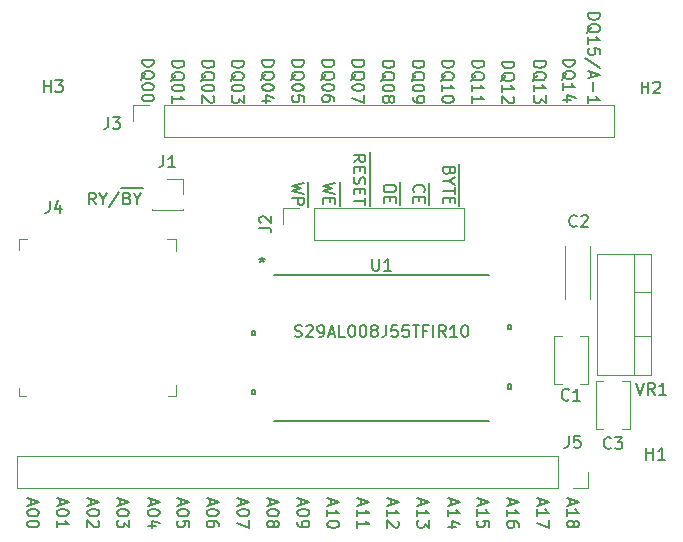
<source format=gbr>
G04 #@! TF.GenerationSoftware,KiCad,Pcbnew,(5.1.5)-3*
G04 #@! TF.CreationDate,2020-02-07T13:22:38-05:00*
G04 #@! TF.ProjectId,Flash Memory BoB,466c6173-6820-44d6-956d-6f727920426f,rev?*
G04 #@! TF.SameCoordinates,Original*
G04 #@! TF.FileFunction,Legend,Top*
G04 #@! TF.FilePolarity,Positive*
%FSLAX46Y46*%
G04 Gerber Fmt 4.6, Leading zero omitted, Abs format (unit mm)*
G04 Created by KiCad (PCBNEW (5.1.5)-3) date 2020-02-07 13:22:38*
%MOMM*%
%LPD*%
G04 APERTURE LIST*
%ADD10C,0.150000*%
%ADD11C,0.120000*%
%ADD12C,0.100000*%
%ADD13C,0.152400*%
G04 APERTURE END LIST*
D10*
X90547619Y-39611904D02*
X91547619Y-39611904D01*
X91547619Y-39850000D01*
X91500000Y-39992857D01*
X91404761Y-40088095D01*
X91309523Y-40135714D01*
X91119047Y-40183333D01*
X90976190Y-40183333D01*
X90785714Y-40135714D01*
X90690476Y-40088095D01*
X90595238Y-39992857D01*
X90547619Y-39850000D01*
X90547619Y-39611904D01*
X90452380Y-41278571D02*
X90500000Y-41183333D01*
X90595238Y-41088095D01*
X90738095Y-40945238D01*
X90785714Y-40850000D01*
X90785714Y-40754761D01*
X90547619Y-40802380D02*
X90595238Y-40707142D01*
X90690476Y-40611904D01*
X90880952Y-40564285D01*
X91214285Y-40564285D01*
X91404761Y-40611904D01*
X91500000Y-40707142D01*
X91547619Y-40802380D01*
X91547619Y-40992857D01*
X91500000Y-41088095D01*
X91404761Y-41183333D01*
X91214285Y-41230952D01*
X90880952Y-41230952D01*
X90690476Y-41183333D01*
X90595238Y-41088095D01*
X90547619Y-40992857D01*
X90547619Y-40802380D01*
X91547619Y-41850000D02*
X91547619Y-41945238D01*
X91500000Y-42040476D01*
X91452380Y-42088095D01*
X91357142Y-42135714D01*
X91166666Y-42183333D01*
X90928571Y-42183333D01*
X90738095Y-42135714D01*
X90642857Y-42088095D01*
X90595238Y-42040476D01*
X90547619Y-41945238D01*
X90547619Y-41850000D01*
X90595238Y-41754761D01*
X90642857Y-41707142D01*
X90738095Y-41659523D01*
X90928571Y-41611904D01*
X91166666Y-41611904D01*
X91357142Y-41659523D01*
X91452380Y-41707142D01*
X91500000Y-41754761D01*
X91547619Y-41850000D01*
X91547619Y-42802380D02*
X91547619Y-42897619D01*
X91500000Y-42992857D01*
X91452380Y-43040476D01*
X91357142Y-43088095D01*
X91166666Y-43135714D01*
X90928571Y-43135714D01*
X90738095Y-43088095D01*
X90642857Y-43040476D01*
X90595238Y-42992857D01*
X90547619Y-42897619D01*
X90547619Y-42802380D01*
X90595238Y-42707142D01*
X90642857Y-42659523D01*
X90738095Y-42611904D01*
X90928571Y-42564285D01*
X91166666Y-42564285D01*
X91357142Y-42611904D01*
X91452380Y-42659523D01*
X91500000Y-42707142D01*
X91547619Y-42802380D01*
X93097619Y-39711904D02*
X94097619Y-39711904D01*
X94097619Y-39950000D01*
X94050000Y-40092857D01*
X93954761Y-40188095D01*
X93859523Y-40235714D01*
X93669047Y-40283333D01*
X93526190Y-40283333D01*
X93335714Y-40235714D01*
X93240476Y-40188095D01*
X93145238Y-40092857D01*
X93097619Y-39950000D01*
X93097619Y-39711904D01*
X93002380Y-41378571D02*
X93050000Y-41283333D01*
X93145238Y-41188095D01*
X93288095Y-41045238D01*
X93335714Y-40950000D01*
X93335714Y-40854761D01*
X93097619Y-40902380D02*
X93145238Y-40807142D01*
X93240476Y-40711904D01*
X93430952Y-40664285D01*
X93764285Y-40664285D01*
X93954761Y-40711904D01*
X94050000Y-40807142D01*
X94097619Y-40902380D01*
X94097619Y-41092857D01*
X94050000Y-41188095D01*
X93954761Y-41283333D01*
X93764285Y-41330952D01*
X93430952Y-41330952D01*
X93240476Y-41283333D01*
X93145238Y-41188095D01*
X93097619Y-41092857D01*
X93097619Y-40902380D01*
X94097619Y-41950000D02*
X94097619Y-42045238D01*
X94050000Y-42140476D01*
X94002380Y-42188095D01*
X93907142Y-42235714D01*
X93716666Y-42283333D01*
X93478571Y-42283333D01*
X93288095Y-42235714D01*
X93192857Y-42188095D01*
X93145238Y-42140476D01*
X93097619Y-42045238D01*
X93097619Y-41950000D01*
X93145238Y-41854761D01*
X93192857Y-41807142D01*
X93288095Y-41759523D01*
X93478571Y-41711904D01*
X93716666Y-41711904D01*
X93907142Y-41759523D01*
X94002380Y-41807142D01*
X94050000Y-41854761D01*
X94097619Y-41950000D01*
X93097619Y-43235714D02*
X93097619Y-42664285D01*
X93097619Y-42950000D02*
X94097619Y-42950000D01*
X93954761Y-42854761D01*
X93859523Y-42759523D01*
X93811904Y-42664285D01*
X95647619Y-39711904D02*
X96647619Y-39711904D01*
X96647619Y-39950000D01*
X96600000Y-40092857D01*
X96504761Y-40188095D01*
X96409523Y-40235714D01*
X96219047Y-40283333D01*
X96076190Y-40283333D01*
X95885714Y-40235714D01*
X95790476Y-40188095D01*
X95695238Y-40092857D01*
X95647619Y-39950000D01*
X95647619Y-39711904D01*
X95552380Y-41378571D02*
X95600000Y-41283333D01*
X95695238Y-41188095D01*
X95838095Y-41045238D01*
X95885714Y-40950000D01*
X95885714Y-40854761D01*
X95647619Y-40902380D02*
X95695238Y-40807142D01*
X95790476Y-40711904D01*
X95980952Y-40664285D01*
X96314285Y-40664285D01*
X96504761Y-40711904D01*
X96600000Y-40807142D01*
X96647619Y-40902380D01*
X96647619Y-41092857D01*
X96600000Y-41188095D01*
X96504761Y-41283333D01*
X96314285Y-41330952D01*
X95980952Y-41330952D01*
X95790476Y-41283333D01*
X95695238Y-41188095D01*
X95647619Y-41092857D01*
X95647619Y-40902380D01*
X96647619Y-41950000D02*
X96647619Y-42045238D01*
X96600000Y-42140476D01*
X96552380Y-42188095D01*
X96457142Y-42235714D01*
X96266666Y-42283333D01*
X96028571Y-42283333D01*
X95838095Y-42235714D01*
X95742857Y-42188095D01*
X95695238Y-42140476D01*
X95647619Y-42045238D01*
X95647619Y-41950000D01*
X95695238Y-41854761D01*
X95742857Y-41807142D01*
X95838095Y-41759523D01*
X96028571Y-41711904D01*
X96266666Y-41711904D01*
X96457142Y-41759523D01*
X96552380Y-41807142D01*
X96600000Y-41854761D01*
X96647619Y-41950000D01*
X96552380Y-42664285D02*
X96600000Y-42711904D01*
X96647619Y-42807142D01*
X96647619Y-43045238D01*
X96600000Y-43140476D01*
X96552380Y-43188095D01*
X96457142Y-43235714D01*
X96361904Y-43235714D01*
X96219047Y-43188095D01*
X95647619Y-42616666D01*
X95647619Y-43235714D01*
X98147619Y-39711904D02*
X99147619Y-39711904D01*
X99147619Y-39950000D01*
X99100000Y-40092857D01*
X99004761Y-40188095D01*
X98909523Y-40235714D01*
X98719047Y-40283333D01*
X98576190Y-40283333D01*
X98385714Y-40235714D01*
X98290476Y-40188095D01*
X98195238Y-40092857D01*
X98147619Y-39950000D01*
X98147619Y-39711904D01*
X98052380Y-41378571D02*
X98100000Y-41283333D01*
X98195238Y-41188095D01*
X98338095Y-41045238D01*
X98385714Y-40950000D01*
X98385714Y-40854761D01*
X98147619Y-40902380D02*
X98195238Y-40807142D01*
X98290476Y-40711904D01*
X98480952Y-40664285D01*
X98814285Y-40664285D01*
X99004761Y-40711904D01*
X99100000Y-40807142D01*
X99147619Y-40902380D01*
X99147619Y-41092857D01*
X99100000Y-41188095D01*
X99004761Y-41283333D01*
X98814285Y-41330952D01*
X98480952Y-41330952D01*
X98290476Y-41283333D01*
X98195238Y-41188095D01*
X98147619Y-41092857D01*
X98147619Y-40902380D01*
X99147619Y-41950000D02*
X99147619Y-42045238D01*
X99100000Y-42140476D01*
X99052380Y-42188095D01*
X98957142Y-42235714D01*
X98766666Y-42283333D01*
X98528571Y-42283333D01*
X98338095Y-42235714D01*
X98242857Y-42188095D01*
X98195238Y-42140476D01*
X98147619Y-42045238D01*
X98147619Y-41950000D01*
X98195238Y-41854761D01*
X98242857Y-41807142D01*
X98338095Y-41759523D01*
X98528571Y-41711904D01*
X98766666Y-41711904D01*
X98957142Y-41759523D01*
X99052380Y-41807142D01*
X99100000Y-41854761D01*
X99147619Y-41950000D01*
X99147619Y-42616666D02*
X99147619Y-43235714D01*
X98766666Y-42902380D01*
X98766666Y-43045238D01*
X98719047Y-43140476D01*
X98671428Y-43188095D01*
X98576190Y-43235714D01*
X98338095Y-43235714D01*
X98242857Y-43188095D01*
X98195238Y-43140476D01*
X98147619Y-43045238D01*
X98147619Y-42759523D01*
X98195238Y-42664285D01*
X98242857Y-42616666D01*
X100697619Y-39661904D02*
X101697619Y-39661904D01*
X101697619Y-39900000D01*
X101650000Y-40042857D01*
X101554761Y-40138095D01*
X101459523Y-40185714D01*
X101269047Y-40233333D01*
X101126190Y-40233333D01*
X100935714Y-40185714D01*
X100840476Y-40138095D01*
X100745238Y-40042857D01*
X100697619Y-39900000D01*
X100697619Y-39661904D01*
X100602380Y-41328571D02*
X100650000Y-41233333D01*
X100745238Y-41138095D01*
X100888095Y-40995238D01*
X100935714Y-40900000D01*
X100935714Y-40804761D01*
X100697619Y-40852380D02*
X100745238Y-40757142D01*
X100840476Y-40661904D01*
X101030952Y-40614285D01*
X101364285Y-40614285D01*
X101554761Y-40661904D01*
X101650000Y-40757142D01*
X101697619Y-40852380D01*
X101697619Y-41042857D01*
X101650000Y-41138095D01*
X101554761Y-41233333D01*
X101364285Y-41280952D01*
X101030952Y-41280952D01*
X100840476Y-41233333D01*
X100745238Y-41138095D01*
X100697619Y-41042857D01*
X100697619Y-40852380D01*
X101697619Y-41900000D02*
X101697619Y-41995238D01*
X101650000Y-42090476D01*
X101602380Y-42138095D01*
X101507142Y-42185714D01*
X101316666Y-42233333D01*
X101078571Y-42233333D01*
X100888095Y-42185714D01*
X100792857Y-42138095D01*
X100745238Y-42090476D01*
X100697619Y-41995238D01*
X100697619Y-41900000D01*
X100745238Y-41804761D01*
X100792857Y-41757142D01*
X100888095Y-41709523D01*
X101078571Y-41661904D01*
X101316666Y-41661904D01*
X101507142Y-41709523D01*
X101602380Y-41757142D01*
X101650000Y-41804761D01*
X101697619Y-41900000D01*
X101364285Y-43090476D02*
X100697619Y-43090476D01*
X101745238Y-42852380D02*
X101030952Y-42614285D01*
X101030952Y-43233333D01*
X103247619Y-39661904D02*
X104247619Y-39661904D01*
X104247619Y-39900000D01*
X104200000Y-40042857D01*
X104104761Y-40138095D01*
X104009523Y-40185714D01*
X103819047Y-40233333D01*
X103676190Y-40233333D01*
X103485714Y-40185714D01*
X103390476Y-40138095D01*
X103295238Y-40042857D01*
X103247619Y-39900000D01*
X103247619Y-39661904D01*
X103152380Y-41328571D02*
X103200000Y-41233333D01*
X103295238Y-41138095D01*
X103438095Y-40995238D01*
X103485714Y-40900000D01*
X103485714Y-40804761D01*
X103247619Y-40852380D02*
X103295238Y-40757142D01*
X103390476Y-40661904D01*
X103580952Y-40614285D01*
X103914285Y-40614285D01*
X104104761Y-40661904D01*
X104200000Y-40757142D01*
X104247619Y-40852380D01*
X104247619Y-41042857D01*
X104200000Y-41138095D01*
X104104761Y-41233333D01*
X103914285Y-41280952D01*
X103580952Y-41280952D01*
X103390476Y-41233333D01*
X103295238Y-41138095D01*
X103247619Y-41042857D01*
X103247619Y-40852380D01*
X104247619Y-41900000D02*
X104247619Y-41995238D01*
X104200000Y-42090476D01*
X104152380Y-42138095D01*
X104057142Y-42185714D01*
X103866666Y-42233333D01*
X103628571Y-42233333D01*
X103438095Y-42185714D01*
X103342857Y-42138095D01*
X103295238Y-42090476D01*
X103247619Y-41995238D01*
X103247619Y-41900000D01*
X103295238Y-41804761D01*
X103342857Y-41757142D01*
X103438095Y-41709523D01*
X103628571Y-41661904D01*
X103866666Y-41661904D01*
X104057142Y-41709523D01*
X104152380Y-41757142D01*
X104200000Y-41804761D01*
X104247619Y-41900000D01*
X104247619Y-43138095D02*
X104247619Y-42661904D01*
X103771428Y-42614285D01*
X103819047Y-42661904D01*
X103866666Y-42757142D01*
X103866666Y-42995238D01*
X103819047Y-43090476D01*
X103771428Y-43138095D01*
X103676190Y-43185714D01*
X103438095Y-43185714D01*
X103342857Y-43138095D01*
X103295238Y-43090476D01*
X103247619Y-42995238D01*
X103247619Y-42757142D01*
X103295238Y-42661904D01*
X103342857Y-42614285D01*
X105797619Y-39661904D02*
X106797619Y-39661904D01*
X106797619Y-39900000D01*
X106750000Y-40042857D01*
X106654761Y-40138095D01*
X106559523Y-40185714D01*
X106369047Y-40233333D01*
X106226190Y-40233333D01*
X106035714Y-40185714D01*
X105940476Y-40138095D01*
X105845238Y-40042857D01*
X105797619Y-39900000D01*
X105797619Y-39661904D01*
X105702380Y-41328571D02*
X105750000Y-41233333D01*
X105845238Y-41138095D01*
X105988095Y-40995238D01*
X106035714Y-40900000D01*
X106035714Y-40804761D01*
X105797619Y-40852380D02*
X105845238Y-40757142D01*
X105940476Y-40661904D01*
X106130952Y-40614285D01*
X106464285Y-40614285D01*
X106654761Y-40661904D01*
X106750000Y-40757142D01*
X106797619Y-40852380D01*
X106797619Y-41042857D01*
X106750000Y-41138095D01*
X106654761Y-41233333D01*
X106464285Y-41280952D01*
X106130952Y-41280952D01*
X105940476Y-41233333D01*
X105845238Y-41138095D01*
X105797619Y-41042857D01*
X105797619Y-40852380D01*
X106797619Y-41900000D02*
X106797619Y-41995238D01*
X106750000Y-42090476D01*
X106702380Y-42138095D01*
X106607142Y-42185714D01*
X106416666Y-42233333D01*
X106178571Y-42233333D01*
X105988095Y-42185714D01*
X105892857Y-42138095D01*
X105845238Y-42090476D01*
X105797619Y-41995238D01*
X105797619Y-41900000D01*
X105845238Y-41804761D01*
X105892857Y-41757142D01*
X105988095Y-41709523D01*
X106178571Y-41661904D01*
X106416666Y-41661904D01*
X106607142Y-41709523D01*
X106702380Y-41757142D01*
X106750000Y-41804761D01*
X106797619Y-41900000D01*
X106797619Y-43090476D02*
X106797619Y-42900000D01*
X106750000Y-42804761D01*
X106702380Y-42757142D01*
X106559523Y-42661904D01*
X106369047Y-42614285D01*
X105988095Y-42614285D01*
X105892857Y-42661904D01*
X105845238Y-42709523D01*
X105797619Y-42804761D01*
X105797619Y-42995238D01*
X105845238Y-43090476D01*
X105892857Y-43138095D01*
X105988095Y-43185714D01*
X106226190Y-43185714D01*
X106321428Y-43138095D01*
X106369047Y-43090476D01*
X106416666Y-42995238D01*
X106416666Y-42804761D01*
X106369047Y-42709523D01*
X106321428Y-42661904D01*
X106226190Y-42614285D01*
X108347619Y-39661904D02*
X109347619Y-39661904D01*
X109347619Y-39900000D01*
X109300000Y-40042857D01*
X109204761Y-40138095D01*
X109109523Y-40185714D01*
X108919047Y-40233333D01*
X108776190Y-40233333D01*
X108585714Y-40185714D01*
X108490476Y-40138095D01*
X108395238Y-40042857D01*
X108347619Y-39900000D01*
X108347619Y-39661904D01*
X108252380Y-41328571D02*
X108300000Y-41233333D01*
X108395238Y-41138095D01*
X108538095Y-40995238D01*
X108585714Y-40900000D01*
X108585714Y-40804761D01*
X108347619Y-40852380D02*
X108395238Y-40757142D01*
X108490476Y-40661904D01*
X108680952Y-40614285D01*
X109014285Y-40614285D01*
X109204761Y-40661904D01*
X109300000Y-40757142D01*
X109347619Y-40852380D01*
X109347619Y-41042857D01*
X109300000Y-41138095D01*
X109204761Y-41233333D01*
X109014285Y-41280952D01*
X108680952Y-41280952D01*
X108490476Y-41233333D01*
X108395238Y-41138095D01*
X108347619Y-41042857D01*
X108347619Y-40852380D01*
X109347619Y-41900000D02*
X109347619Y-41995238D01*
X109300000Y-42090476D01*
X109252380Y-42138095D01*
X109157142Y-42185714D01*
X108966666Y-42233333D01*
X108728571Y-42233333D01*
X108538095Y-42185714D01*
X108442857Y-42138095D01*
X108395238Y-42090476D01*
X108347619Y-41995238D01*
X108347619Y-41900000D01*
X108395238Y-41804761D01*
X108442857Y-41757142D01*
X108538095Y-41709523D01*
X108728571Y-41661904D01*
X108966666Y-41661904D01*
X109157142Y-41709523D01*
X109252380Y-41757142D01*
X109300000Y-41804761D01*
X109347619Y-41900000D01*
X109347619Y-42566666D02*
X109347619Y-43233333D01*
X108347619Y-42804761D01*
X110897619Y-39711904D02*
X111897619Y-39711904D01*
X111897619Y-39950000D01*
X111850000Y-40092857D01*
X111754761Y-40188095D01*
X111659523Y-40235714D01*
X111469047Y-40283333D01*
X111326190Y-40283333D01*
X111135714Y-40235714D01*
X111040476Y-40188095D01*
X110945238Y-40092857D01*
X110897619Y-39950000D01*
X110897619Y-39711904D01*
X110802380Y-41378571D02*
X110850000Y-41283333D01*
X110945238Y-41188095D01*
X111088095Y-41045238D01*
X111135714Y-40950000D01*
X111135714Y-40854761D01*
X110897619Y-40902380D02*
X110945238Y-40807142D01*
X111040476Y-40711904D01*
X111230952Y-40664285D01*
X111564285Y-40664285D01*
X111754761Y-40711904D01*
X111850000Y-40807142D01*
X111897619Y-40902380D01*
X111897619Y-41092857D01*
X111850000Y-41188095D01*
X111754761Y-41283333D01*
X111564285Y-41330952D01*
X111230952Y-41330952D01*
X111040476Y-41283333D01*
X110945238Y-41188095D01*
X110897619Y-41092857D01*
X110897619Y-40902380D01*
X111897619Y-41950000D02*
X111897619Y-42045238D01*
X111850000Y-42140476D01*
X111802380Y-42188095D01*
X111707142Y-42235714D01*
X111516666Y-42283333D01*
X111278571Y-42283333D01*
X111088095Y-42235714D01*
X110992857Y-42188095D01*
X110945238Y-42140476D01*
X110897619Y-42045238D01*
X110897619Y-41950000D01*
X110945238Y-41854761D01*
X110992857Y-41807142D01*
X111088095Y-41759523D01*
X111278571Y-41711904D01*
X111516666Y-41711904D01*
X111707142Y-41759523D01*
X111802380Y-41807142D01*
X111850000Y-41854761D01*
X111897619Y-41950000D01*
X111469047Y-42854761D02*
X111516666Y-42759523D01*
X111564285Y-42711904D01*
X111659523Y-42664285D01*
X111707142Y-42664285D01*
X111802380Y-42711904D01*
X111850000Y-42759523D01*
X111897619Y-42854761D01*
X111897619Y-43045238D01*
X111850000Y-43140476D01*
X111802380Y-43188095D01*
X111707142Y-43235714D01*
X111659523Y-43235714D01*
X111564285Y-43188095D01*
X111516666Y-43140476D01*
X111469047Y-43045238D01*
X111469047Y-42854761D01*
X111421428Y-42759523D01*
X111373809Y-42711904D01*
X111278571Y-42664285D01*
X111088095Y-42664285D01*
X110992857Y-42711904D01*
X110945238Y-42759523D01*
X110897619Y-42854761D01*
X110897619Y-43045238D01*
X110945238Y-43140476D01*
X110992857Y-43188095D01*
X111088095Y-43235714D01*
X111278571Y-43235714D01*
X111373809Y-43188095D01*
X111421428Y-43140476D01*
X111469047Y-43045238D01*
X113447619Y-39711904D02*
X114447619Y-39711904D01*
X114447619Y-39950000D01*
X114400000Y-40092857D01*
X114304761Y-40188095D01*
X114209523Y-40235714D01*
X114019047Y-40283333D01*
X113876190Y-40283333D01*
X113685714Y-40235714D01*
X113590476Y-40188095D01*
X113495238Y-40092857D01*
X113447619Y-39950000D01*
X113447619Y-39711904D01*
X113352380Y-41378571D02*
X113400000Y-41283333D01*
X113495238Y-41188095D01*
X113638095Y-41045238D01*
X113685714Y-40950000D01*
X113685714Y-40854761D01*
X113447619Y-40902380D02*
X113495238Y-40807142D01*
X113590476Y-40711904D01*
X113780952Y-40664285D01*
X114114285Y-40664285D01*
X114304761Y-40711904D01*
X114400000Y-40807142D01*
X114447619Y-40902380D01*
X114447619Y-41092857D01*
X114400000Y-41188095D01*
X114304761Y-41283333D01*
X114114285Y-41330952D01*
X113780952Y-41330952D01*
X113590476Y-41283333D01*
X113495238Y-41188095D01*
X113447619Y-41092857D01*
X113447619Y-40902380D01*
X114447619Y-41950000D02*
X114447619Y-42045238D01*
X114400000Y-42140476D01*
X114352380Y-42188095D01*
X114257142Y-42235714D01*
X114066666Y-42283333D01*
X113828571Y-42283333D01*
X113638095Y-42235714D01*
X113542857Y-42188095D01*
X113495238Y-42140476D01*
X113447619Y-42045238D01*
X113447619Y-41950000D01*
X113495238Y-41854761D01*
X113542857Y-41807142D01*
X113638095Y-41759523D01*
X113828571Y-41711904D01*
X114066666Y-41711904D01*
X114257142Y-41759523D01*
X114352380Y-41807142D01*
X114400000Y-41854761D01*
X114447619Y-41950000D01*
X113447619Y-42759523D02*
X113447619Y-42950000D01*
X113495238Y-43045238D01*
X113542857Y-43092857D01*
X113685714Y-43188095D01*
X113876190Y-43235714D01*
X114257142Y-43235714D01*
X114352380Y-43188095D01*
X114400000Y-43140476D01*
X114447619Y-43045238D01*
X114447619Y-42854761D01*
X114400000Y-42759523D01*
X114352380Y-42711904D01*
X114257142Y-42664285D01*
X114019047Y-42664285D01*
X113923809Y-42711904D01*
X113876190Y-42759523D01*
X113828571Y-42854761D01*
X113828571Y-43045238D01*
X113876190Y-43140476D01*
X113923809Y-43188095D01*
X114019047Y-43235714D01*
X115947619Y-39711904D02*
X116947619Y-39711904D01*
X116947619Y-39950000D01*
X116900000Y-40092857D01*
X116804761Y-40188095D01*
X116709523Y-40235714D01*
X116519047Y-40283333D01*
X116376190Y-40283333D01*
X116185714Y-40235714D01*
X116090476Y-40188095D01*
X115995238Y-40092857D01*
X115947619Y-39950000D01*
X115947619Y-39711904D01*
X115852380Y-41378571D02*
X115900000Y-41283333D01*
X115995238Y-41188095D01*
X116138095Y-41045238D01*
X116185714Y-40950000D01*
X116185714Y-40854761D01*
X115947619Y-40902380D02*
X115995238Y-40807142D01*
X116090476Y-40711904D01*
X116280952Y-40664285D01*
X116614285Y-40664285D01*
X116804761Y-40711904D01*
X116900000Y-40807142D01*
X116947619Y-40902380D01*
X116947619Y-41092857D01*
X116900000Y-41188095D01*
X116804761Y-41283333D01*
X116614285Y-41330952D01*
X116280952Y-41330952D01*
X116090476Y-41283333D01*
X115995238Y-41188095D01*
X115947619Y-41092857D01*
X115947619Y-40902380D01*
X115947619Y-42283333D02*
X115947619Y-41711904D01*
X115947619Y-41997619D02*
X116947619Y-41997619D01*
X116804761Y-41902380D01*
X116709523Y-41807142D01*
X116661904Y-41711904D01*
X116947619Y-42902380D02*
X116947619Y-42997619D01*
X116900000Y-43092857D01*
X116852380Y-43140476D01*
X116757142Y-43188095D01*
X116566666Y-43235714D01*
X116328571Y-43235714D01*
X116138095Y-43188095D01*
X116042857Y-43140476D01*
X115995238Y-43092857D01*
X115947619Y-42997619D01*
X115947619Y-42902380D01*
X115995238Y-42807142D01*
X116042857Y-42759523D01*
X116138095Y-42711904D01*
X116328571Y-42664285D01*
X116566666Y-42664285D01*
X116757142Y-42711904D01*
X116852380Y-42759523D01*
X116900000Y-42807142D01*
X116947619Y-42902380D01*
X118497619Y-39711904D02*
X119497619Y-39711904D01*
X119497619Y-39950000D01*
X119450000Y-40092857D01*
X119354761Y-40188095D01*
X119259523Y-40235714D01*
X119069047Y-40283333D01*
X118926190Y-40283333D01*
X118735714Y-40235714D01*
X118640476Y-40188095D01*
X118545238Y-40092857D01*
X118497619Y-39950000D01*
X118497619Y-39711904D01*
X118402380Y-41378571D02*
X118450000Y-41283333D01*
X118545238Y-41188095D01*
X118688095Y-41045238D01*
X118735714Y-40950000D01*
X118735714Y-40854761D01*
X118497619Y-40902380D02*
X118545238Y-40807142D01*
X118640476Y-40711904D01*
X118830952Y-40664285D01*
X119164285Y-40664285D01*
X119354761Y-40711904D01*
X119450000Y-40807142D01*
X119497619Y-40902380D01*
X119497619Y-41092857D01*
X119450000Y-41188095D01*
X119354761Y-41283333D01*
X119164285Y-41330952D01*
X118830952Y-41330952D01*
X118640476Y-41283333D01*
X118545238Y-41188095D01*
X118497619Y-41092857D01*
X118497619Y-40902380D01*
X118497619Y-42283333D02*
X118497619Y-41711904D01*
X118497619Y-41997619D02*
X119497619Y-41997619D01*
X119354761Y-41902380D01*
X119259523Y-41807142D01*
X119211904Y-41711904D01*
X118497619Y-43235714D02*
X118497619Y-42664285D01*
X118497619Y-42950000D02*
X119497619Y-42950000D01*
X119354761Y-42854761D01*
X119259523Y-42759523D01*
X119211904Y-42664285D01*
X121047619Y-39761904D02*
X122047619Y-39761904D01*
X122047619Y-40000000D01*
X122000000Y-40142857D01*
X121904761Y-40238095D01*
X121809523Y-40285714D01*
X121619047Y-40333333D01*
X121476190Y-40333333D01*
X121285714Y-40285714D01*
X121190476Y-40238095D01*
X121095238Y-40142857D01*
X121047619Y-40000000D01*
X121047619Y-39761904D01*
X120952380Y-41428571D02*
X121000000Y-41333333D01*
X121095238Y-41238095D01*
X121238095Y-41095238D01*
X121285714Y-41000000D01*
X121285714Y-40904761D01*
X121047619Y-40952380D02*
X121095238Y-40857142D01*
X121190476Y-40761904D01*
X121380952Y-40714285D01*
X121714285Y-40714285D01*
X121904761Y-40761904D01*
X122000000Y-40857142D01*
X122047619Y-40952380D01*
X122047619Y-41142857D01*
X122000000Y-41238095D01*
X121904761Y-41333333D01*
X121714285Y-41380952D01*
X121380952Y-41380952D01*
X121190476Y-41333333D01*
X121095238Y-41238095D01*
X121047619Y-41142857D01*
X121047619Y-40952380D01*
X121047619Y-42333333D02*
X121047619Y-41761904D01*
X121047619Y-42047619D02*
X122047619Y-42047619D01*
X121904761Y-41952380D01*
X121809523Y-41857142D01*
X121761904Y-41761904D01*
X121952380Y-42714285D02*
X122000000Y-42761904D01*
X122047619Y-42857142D01*
X122047619Y-43095238D01*
X122000000Y-43190476D01*
X121952380Y-43238095D01*
X121857142Y-43285714D01*
X121761904Y-43285714D01*
X121619047Y-43238095D01*
X121047619Y-42666666D01*
X121047619Y-43285714D01*
X123697619Y-39711904D02*
X124697619Y-39711904D01*
X124697619Y-39950000D01*
X124650000Y-40092857D01*
X124554761Y-40188095D01*
X124459523Y-40235714D01*
X124269047Y-40283333D01*
X124126190Y-40283333D01*
X123935714Y-40235714D01*
X123840476Y-40188095D01*
X123745238Y-40092857D01*
X123697619Y-39950000D01*
X123697619Y-39711904D01*
X123602380Y-41378571D02*
X123650000Y-41283333D01*
X123745238Y-41188095D01*
X123888095Y-41045238D01*
X123935714Y-40950000D01*
X123935714Y-40854761D01*
X123697619Y-40902380D02*
X123745238Y-40807142D01*
X123840476Y-40711904D01*
X124030952Y-40664285D01*
X124364285Y-40664285D01*
X124554761Y-40711904D01*
X124650000Y-40807142D01*
X124697619Y-40902380D01*
X124697619Y-41092857D01*
X124650000Y-41188095D01*
X124554761Y-41283333D01*
X124364285Y-41330952D01*
X124030952Y-41330952D01*
X123840476Y-41283333D01*
X123745238Y-41188095D01*
X123697619Y-41092857D01*
X123697619Y-40902380D01*
X123697619Y-42283333D02*
X123697619Y-41711904D01*
X123697619Y-41997619D02*
X124697619Y-41997619D01*
X124554761Y-41902380D01*
X124459523Y-41807142D01*
X124411904Y-41711904D01*
X124697619Y-42616666D02*
X124697619Y-43235714D01*
X124316666Y-42902380D01*
X124316666Y-43045238D01*
X124269047Y-43140476D01*
X124221428Y-43188095D01*
X124126190Y-43235714D01*
X123888095Y-43235714D01*
X123792857Y-43188095D01*
X123745238Y-43140476D01*
X123697619Y-43045238D01*
X123697619Y-42759523D01*
X123745238Y-42664285D01*
X123792857Y-42616666D01*
X126197619Y-39611904D02*
X127197619Y-39611904D01*
X127197619Y-39850000D01*
X127150000Y-39992857D01*
X127054761Y-40088095D01*
X126959523Y-40135714D01*
X126769047Y-40183333D01*
X126626190Y-40183333D01*
X126435714Y-40135714D01*
X126340476Y-40088095D01*
X126245238Y-39992857D01*
X126197619Y-39850000D01*
X126197619Y-39611904D01*
X126102380Y-41278571D02*
X126150000Y-41183333D01*
X126245238Y-41088095D01*
X126388095Y-40945238D01*
X126435714Y-40850000D01*
X126435714Y-40754761D01*
X126197619Y-40802380D02*
X126245238Y-40707142D01*
X126340476Y-40611904D01*
X126530952Y-40564285D01*
X126864285Y-40564285D01*
X127054761Y-40611904D01*
X127150000Y-40707142D01*
X127197619Y-40802380D01*
X127197619Y-40992857D01*
X127150000Y-41088095D01*
X127054761Y-41183333D01*
X126864285Y-41230952D01*
X126530952Y-41230952D01*
X126340476Y-41183333D01*
X126245238Y-41088095D01*
X126197619Y-40992857D01*
X126197619Y-40802380D01*
X126197619Y-42183333D02*
X126197619Y-41611904D01*
X126197619Y-41897619D02*
X127197619Y-41897619D01*
X127054761Y-41802380D01*
X126959523Y-41707142D01*
X126911904Y-41611904D01*
X126864285Y-43040476D02*
X126197619Y-43040476D01*
X127245238Y-42802380D02*
X126530952Y-42564285D01*
X126530952Y-43183333D01*
X128297619Y-35664285D02*
X129297619Y-35664285D01*
X129297619Y-35902380D01*
X129250000Y-36045238D01*
X129154761Y-36140476D01*
X129059523Y-36188095D01*
X128869047Y-36235714D01*
X128726190Y-36235714D01*
X128535714Y-36188095D01*
X128440476Y-36140476D01*
X128345238Y-36045238D01*
X128297619Y-35902380D01*
X128297619Y-35664285D01*
X128202380Y-37330952D02*
X128250000Y-37235714D01*
X128345238Y-37140476D01*
X128488095Y-36997619D01*
X128535714Y-36902380D01*
X128535714Y-36807142D01*
X128297619Y-36854761D02*
X128345238Y-36759523D01*
X128440476Y-36664285D01*
X128630952Y-36616666D01*
X128964285Y-36616666D01*
X129154761Y-36664285D01*
X129250000Y-36759523D01*
X129297619Y-36854761D01*
X129297619Y-37045238D01*
X129250000Y-37140476D01*
X129154761Y-37235714D01*
X128964285Y-37283333D01*
X128630952Y-37283333D01*
X128440476Y-37235714D01*
X128345238Y-37140476D01*
X128297619Y-37045238D01*
X128297619Y-36854761D01*
X128297619Y-38235714D02*
X128297619Y-37664285D01*
X128297619Y-37950000D02*
X129297619Y-37950000D01*
X129154761Y-37854761D01*
X129059523Y-37759523D01*
X129011904Y-37664285D01*
X129297619Y-39140476D02*
X129297619Y-38664285D01*
X128821428Y-38616666D01*
X128869047Y-38664285D01*
X128916666Y-38759523D01*
X128916666Y-38997619D01*
X128869047Y-39092857D01*
X128821428Y-39140476D01*
X128726190Y-39188095D01*
X128488095Y-39188095D01*
X128392857Y-39140476D01*
X128345238Y-39092857D01*
X128297619Y-38997619D01*
X128297619Y-38759523D01*
X128345238Y-38664285D01*
X128392857Y-38616666D01*
X129345238Y-40330952D02*
X128059523Y-39473809D01*
X128583333Y-40616666D02*
X128583333Y-41092857D01*
X128297619Y-40521428D02*
X129297619Y-40854761D01*
X128297619Y-41188095D01*
X128678571Y-41521428D02*
X128678571Y-42283333D01*
X128297619Y-43283333D02*
X128297619Y-42711904D01*
X128297619Y-42997619D02*
X129297619Y-42997619D01*
X129154761Y-42902380D01*
X129059523Y-42807142D01*
X129011904Y-42711904D01*
X117415000Y-48438095D02*
X117415000Y-49438095D01*
X116571428Y-49009523D02*
X116523809Y-49152380D01*
X116476190Y-49200000D01*
X116380952Y-49247619D01*
X116238095Y-49247619D01*
X116142857Y-49200000D01*
X116095238Y-49152380D01*
X116047619Y-49057142D01*
X116047619Y-48676190D01*
X117047619Y-48676190D01*
X117047619Y-49009523D01*
X117000000Y-49104761D01*
X116952380Y-49152380D01*
X116857142Y-49200000D01*
X116761904Y-49200000D01*
X116666666Y-49152380D01*
X116619047Y-49104761D01*
X116571428Y-49009523D01*
X116571428Y-48676190D01*
X117415000Y-49438095D02*
X117415000Y-50295238D01*
X116523809Y-49866666D02*
X116047619Y-49866666D01*
X117047619Y-49533333D02*
X116523809Y-49866666D01*
X117047619Y-50200000D01*
X117415000Y-50295238D02*
X117415000Y-51057142D01*
X117047619Y-50390476D02*
X117047619Y-50961904D01*
X116047619Y-50676190D02*
X117047619Y-50676190D01*
X117415000Y-51057142D02*
X117415000Y-51961904D01*
X116571428Y-51295238D02*
X116571428Y-51628571D01*
X116047619Y-51771428D02*
X116047619Y-51295238D01*
X117047619Y-51295238D01*
X117047619Y-51771428D01*
X114865000Y-49997619D02*
X114865000Y-50997619D01*
X113592857Y-50807142D02*
X113545238Y-50759523D01*
X113497619Y-50616666D01*
X113497619Y-50521428D01*
X113545238Y-50378571D01*
X113640476Y-50283333D01*
X113735714Y-50235714D01*
X113926190Y-50188095D01*
X114069047Y-50188095D01*
X114259523Y-50235714D01*
X114354761Y-50283333D01*
X114450000Y-50378571D01*
X114497619Y-50521428D01*
X114497619Y-50616666D01*
X114450000Y-50759523D01*
X114402380Y-50807142D01*
X114865000Y-50997619D02*
X114865000Y-51902380D01*
X114021428Y-51235714D02*
X114021428Y-51569047D01*
X113497619Y-51711904D02*
X113497619Y-51235714D01*
X114497619Y-51235714D01*
X114497619Y-51711904D01*
X112365000Y-49973809D02*
X112365000Y-51021428D01*
X111997619Y-50402380D02*
X111997619Y-50592857D01*
X111950000Y-50688095D01*
X111854761Y-50783333D01*
X111664285Y-50830952D01*
X111330952Y-50830952D01*
X111140476Y-50783333D01*
X111045238Y-50688095D01*
X110997619Y-50592857D01*
X110997619Y-50402380D01*
X111045238Y-50307142D01*
X111140476Y-50211904D01*
X111330952Y-50164285D01*
X111664285Y-50164285D01*
X111854761Y-50211904D01*
X111950000Y-50307142D01*
X111997619Y-50402380D01*
X112365000Y-51021428D02*
X112365000Y-51926190D01*
X111521428Y-51259523D02*
X111521428Y-51592857D01*
X110997619Y-51735714D02*
X110997619Y-51259523D01*
X111997619Y-51259523D01*
X111997619Y-51735714D01*
X109815000Y-47438095D02*
X109815000Y-48438095D01*
X108447619Y-48247619D02*
X108923809Y-47914285D01*
X108447619Y-47676190D02*
X109447619Y-47676190D01*
X109447619Y-48057142D01*
X109400000Y-48152380D01*
X109352380Y-48200000D01*
X109257142Y-48247619D01*
X109114285Y-48247619D01*
X109019047Y-48200000D01*
X108971428Y-48152380D01*
X108923809Y-48057142D01*
X108923809Y-47676190D01*
X109815000Y-48438095D02*
X109815000Y-49342857D01*
X108971428Y-48676190D02*
X108971428Y-49009523D01*
X108447619Y-49152380D02*
X108447619Y-48676190D01*
X109447619Y-48676190D01*
X109447619Y-49152380D01*
X109815000Y-49342857D02*
X109815000Y-50295238D01*
X108495238Y-49533333D02*
X108447619Y-49676190D01*
X108447619Y-49914285D01*
X108495238Y-50009523D01*
X108542857Y-50057142D01*
X108638095Y-50104761D01*
X108733333Y-50104761D01*
X108828571Y-50057142D01*
X108876190Y-50009523D01*
X108923809Y-49914285D01*
X108971428Y-49723809D01*
X109019047Y-49628571D01*
X109066666Y-49580952D01*
X109161904Y-49533333D01*
X109257142Y-49533333D01*
X109352380Y-49580952D01*
X109400000Y-49628571D01*
X109447619Y-49723809D01*
X109447619Y-49961904D01*
X109400000Y-50104761D01*
X109815000Y-50295238D02*
X109815000Y-51200000D01*
X108971428Y-50533333D02*
X108971428Y-50866666D01*
X108447619Y-51009523D02*
X108447619Y-50533333D01*
X109447619Y-50533333D01*
X109447619Y-51009523D01*
X109815000Y-51200000D02*
X109815000Y-51961904D01*
X109447619Y-51295238D02*
X109447619Y-51866666D01*
X108447619Y-51580952D02*
X109447619Y-51580952D01*
X107265000Y-49926190D02*
X107265000Y-51069047D01*
X106897619Y-50069047D02*
X105897619Y-50307142D01*
X106611904Y-50497619D01*
X105897619Y-50688095D01*
X106897619Y-50926190D01*
X107265000Y-51069047D02*
X107265000Y-51973809D01*
X106421428Y-51307142D02*
X106421428Y-51640476D01*
X105897619Y-51783333D02*
X105897619Y-51307142D01*
X106897619Y-51307142D01*
X106897619Y-51783333D01*
X104615000Y-49928571D02*
X104615000Y-51071428D01*
X104247619Y-50071428D02*
X103247619Y-50309523D01*
X103961904Y-50500000D01*
X103247619Y-50690476D01*
X104247619Y-50928571D01*
X104615000Y-51071428D02*
X104615000Y-52071428D01*
X103247619Y-51309523D02*
X104247619Y-51309523D01*
X104247619Y-51690476D01*
X104200000Y-51785714D01*
X104152380Y-51833333D01*
X104057142Y-51880952D01*
X103914285Y-51880952D01*
X103819047Y-51833333D01*
X103771428Y-51785714D01*
X103723809Y-51690476D01*
X103723809Y-51309523D01*
X126803333Y-76809523D02*
X126803333Y-77285714D01*
X126517619Y-76714285D02*
X127517619Y-77047619D01*
X126517619Y-77380952D01*
X126517619Y-78238095D02*
X126517619Y-77666666D01*
X126517619Y-77952380D02*
X127517619Y-77952380D01*
X127374761Y-77857142D01*
X127279523Y-77761904D01*
X127231904Y-77666666D01*
X127089047Y-78809523D02*
X127136666Y-78714285D01*
X127184285Y-78666666D01*
X127279523Y-78619047D01*
X127327142Y-78619047D01*
X127422380Y-78666666D01*
X127470000Y-78714285D01*
X127517619Y-78809523D01*
X127517619Y-79000000D01*
X127470000Y-79095238D01*
X127422380Y-79142857D01*
X127327142Y-79190476D01*
X127279523Y-79190476D01*
X127184285Y-79142857D01*
X127136666Y-79095238D01*
X127089047Y-79000000D01*
X127089047Y-78809523D01*
X127041428Y-78714285D01*
X126993809Y-78666666D01*
X126898571Y-78619047D01*
X126708095Y-78619047D01*
X126612857Y-78666666D01*
X126565238Y-78714285D01*
X126517619Y-78809523D01*
X126517619Y-79000000D01*
X126565238Y-79095238D01*
X126612857Y-79142857D01*
X126708095Y-79190476D01*
X126898571Y-79190476D01*
X126993809Y-79142857D01*
X127041428Y-79095238D01*
X127089047Y-79000000D01*
X124253333Y-76809523D02*
X124253333Y-77285714D01*
X123967619Y-76714285D02*
X124967619Y-77047619D01*
X123967619Y-77380952D01*
X123967619Y-78238095D02*
X123967619Y-77666666D01*
X123967619Y-77952380D02*
X124967619Y-77952380D01*
X124824761Y-77857142D01*
X124729523Y-77761904D01*
X124681904Y-77666666D01*
X124967619Y-78571428D02*
X124967619Y-79238095D01*
X123967619Y-78809523D01*
X121728333Y-76834523D02*
X121728333Y-77310714D01*
X121442619Y-76739285D02*
X122442619Y-77072619D01*
X121442619Y-77405952D01*
X121442619Y-78263095D02*
X121442619Y-77691666D01*
X121442619Y-77977380D02*
X122442619Y-77977380D01*
X122299761Y-77882142D01*
X122204523Y-77786904D01*
X122156904Y-77691666D01*
X122442619Y-79120238D02*
X122442619Y-78929761D01*
X122395000Y-78834523D01*
X122347380Y-78786904D01*
X122204523Y-78691666D01*
X122014047Y-78644047D01*
X121633095Y-78644047D01*
X121537857Y-78691666D01*
X121490238Y-78739285D01*
X121442619Y-78834523D01*
X121442619Y-79025000D01*
X121490238Y-79120238D01*
X121537857Y-79167857D01*
X121633095Y-79215476D01*
X121871190Y-79215476D01*
X121966428Y-79167857D01*
X122014047Y-79120238D01*
X122061666Y-79025000D01*
X122061666Y-78834523D01*
X122014047Y-78739285D01*
X121966428Y-78691666D01*
X121871190Y-78644047D01*
X86628571Y-51852380D02*
X86295238Y-51376190D01*
X86057142Y-51852380D02*
X86057142Y-50852380D01*
X86438095Y-50852380D01*
X86533333Y-50900000D01*
X86580952Y-50947619D01*
X86628571Y-51042857D01*
X86628571Y-51185714D01*
X86580952Y-51280952D01*
X86533333Y-51328571D01*
X86438095Y-51376190D01*
X86057142Y-51376190D01*
X87247619Y-51376190D02*
X87247619Y-51852380D01*
X86914285Y-50852380D02*
X87247619Y-51376190D01*
X87580952Y-50852380D01*
X88628571Y-50804761D02*
X87771428Y-52090476D01*
X88723809Y-50485000D02*
X89723809Y-50485000D01*
X89295238Y-51328571D02*
X89438095Y-51376190D01*
X89485714Y-51423809D01*
X89533333Y-51519047D01*
X89533333Y-51661904D01*
X89485714Y-51757142D01*
X89438095Y-51804761D01*
X89342857Y-51852380D01*
X88961904Y-51852380D01*
X88961904Y-50852380D01*
X89295238Y-50852380D01*
X89390476Y-50900000D01*
X89438095Y-50947619D01*
X89485714Y-51042857D01*
X89485714Y-51138095D01*
X89438095Y-51233333D01*
X89390476Y-51280952D01*
X89295238Y-51328571D01*
X88961904Y-51328571D01*
X89723809Y-50485000D02*
X90580952Y-50485000D01*
X90152380Y-51376190D02*
X90152380Y-51852380D01*
X89819047Y-50852380D02*
X90152380Y-51376190D01*
X90485714Y-50852380D01*
X81103333Y-76809523D02*
X81103333Y-77285714D01*
X80817619Y-76714285D02*
X81817619Y-77047619D01*
X80817619Y-77380952D01*
X81817619Y-77904761D02*
X81817619Y-78000000D01*
X81770000Y-78095238D01*
X81722380Y-78142857D01*
X81627142Y-78190476D01*
X81436666Y-78238095D01*
X81198571Y-78238095D01*
X81008095Y-78190476D01*
X80912857Y-78142857D01*
X80865238Y-78095238D01*
X80817619Y-78000000D01*
X80817619Y-77904761D01*
X80865238Y-77809523D01*
X80912857Y-77761904D01*
X81008095Y-77714285D01*
X81198571Y-77666666D01*
X81436666Y-77666666D01*
X81627142Y-77714285D01*
X81722380Y-77761904D01*
X81770000Y-77809523D01*
X81817619Y-77904761D01*
X81817619Y-78857142D02*
X81817619Y-78952380D01*
X81770000Y-79047619D01*
X81722380Y-79095238D01*
X81627142Y-79142857D01*
X81436666Y-79190476D01*
X81198571Y-79190476D01*
X81008095Y-79142857D01*
X80912857Y-79095238D01*
X80865238Y-79047619D01*
X80817619Y-78952380D01*
X80817619Y-78857142D01*
X80865238Y-78761904D01*
X80912857Y-78714285D01*
X81008095Y-78666666D01*
X81198571Y-78619047D01*
X81436666Y-78619047D01*
X81627142Y-78666666D01*
X81722380Y-78714285D01*
X81770000Y-78761904D01*
X81817619Y-78857142D01*
X83603333Y-76809523D02*
X83603333Y-77285714D01*
X83317619Y-76714285D02*
X84317619Y-77047619D01*
X83317619Y-77380952D01*
X84317619Y-77904761D02*
X84317619Y-78000000D01*
X84270000Y-78095238D01*
X84222380Y-78142857D01*
X84127142Y-78190476D01*
X83936666Y-78238095D01*
X83698571Y-78238095D01*
X83508095Y-78190476D01*
X83412857Y-78142857D01*
X83365238Y-78095238D01*
X83317619Y-78000000D01*
X83317619Y-77904761D01*
X83365238Y-77809523D01*
X83412857Y-77761904D01*
X83508095Y-77714285D01*
X83698571Y-77666666D01*
X83936666Y-77666666D01*
X84127142Y-77714285D01*
X84222380Y-77761904D01*
X84270000Y-77809523D01*
X84317619Y-77904761D01*
X83317619Y-79190476D02*
X83317619Y-78619047D01*
X83317619Y-78904761D02*
X84317619Y-78904761D01*
X84174761Y-78809523D01*
X84079523Y-78714285D01*
X84031904Y-78619047D01*
X86203333Y-76809523D02*
X86203333Y-77285714D01*
X85917619Y-76714285D02*
X86917619Y-77047619D01*
X85917619Y-77380952D01*
X86917619Y-77904761D02*
X86917619Y-78000000D01*
X86870000Y-78095238D01*
X86822380Y-78142857D01*
X86727142Y-78190476D01*
X86536666Y-78238095D01*
X86298571Y-78238095D01*
X86108095Y-78190476D01*
X86012857Y-78142857D01*
X85965238Y-78095238D01*
X85917619Y-78000000D01*
X85917619Y-77904761D01*
X85965238Y-77809523D01*
X86012857Y-77761904D01*
X86108095Y-77714285D01*
X86298571Y-77666666D01*
X86536666Y-77666666D01*
X86727142Y-77714285D01*
X86822380Y-77761904D01*
X86870000Y-77809523D01*
X86917619Y-77904761D01*
X86822380Y-78619047D02*
X86870000Y-78666666D01*
X86917619Y-78761904D01*
X86917619Y-79000000D01*
X86870000Y-79095238D01*
X86822380Y-79142857D01*
X86727142Y-79190476D01*
X86631904Y-79190476D01*
X86489047Y-79142857D01*
X85917619Y-78571428D01*
X85917619Y-79190476D01*
X88703333Y-76809523D02*
X88703333Y-77285714D01*
X88417619Y-76714285D02*
X89417619Y-77047619D01*
X88417619Y-77380952D01*
X89417619Y-77904761D02*
X89417619Y-78000000D01*
X89370000Y-78095238D01*
X89322380Y-78142857D01*
X89227142Y-78190476D01*
X89036666Y-78238095D01*
X88798571Y-78238095D01*
X88608095Y-78190476D01*
X88512857Y-78142857D01*
X88465238Y-78095238D01*
X88417619Y-78000000D01*
X88417619Y-77904761D01*
X88465238Y-77809523D01*
X88512857Y-77761904D01*
X88608095Y-77714285D01*
X88798571Y-77666666D01*
X89036666Y-77666666D01*
X89227142Y-77714285D01*
X89322380Y-77761904D01*
X89370000Y-77809523D01*
X89417619Y-77904761D01*
X89417619Y-78571428D02*
X89417619Y-79190476D01*
X89036666Y-78857142D01*
X89036666Y-79000000D01*
X88989047Y-79095238D01*
X88941428Y-79142857D01*
X88846190Y-79190476D01*
X88608095Y-79190476D01*
X88512857Y-79142857D01*
X88465238Y-79095238D01*
X88417619Y-79000000D01*
X88417619Y-78714285D01*
X88465238Y-78619047D01*
X88512857Y-78571428D01*
X91303333Y-76809523D02*
X91303333Y-77285714D01*
X91017619Y-76714285D02*
X92017619Y-77047619D01*
X91017619Y-77380952D01*
X92017619Y-77904761D02*
X92017619Y-78000000D01*
X91970000Y-78095238D01*
X91922380Y-78142857D01*
X91827142Y-78190476D01*
X91636666Y-78238095D01*
X91398571Y-78238095D01*
X91208095Y-78190476D01*
X91112857Y-78142857D01*
X91065238Y-78095238D01*
X91017619Y-78000000D01*
X91017619Y-77904761D01*
X91065238Y-77809523D01*
X91112857Y-77761904D01*
X91208095Y-77714285D01*
X91398571Y-77666666D01*
X91636666Y-77666666D01*
X91827142Y-77714285D01*
X91922380Y-77761904D01*
X91970000Y-77809523D01*
X92017619Y-77904761D01*
X91684285Y-79095238D02*
X91017619Y-79095238D01*
X92065238Y-78857142D02*
X91350952Y-78619047D01*
X91350952Y-79238095D01*
X93803333Y-76809523D02*
X93803333Y-77285714D01*
X93517619Y-76714285D02*
X94517619Y-77047619D01*
X93517619Y-77380952D01*
X94517619Y-77904761D02*
X94517619Y-78000000D01*
X94470000Y-78095238D01*
X94422380Y-78142857D01*
X94327142Y-78190476D01*
X94136666Y-78238095D01*
X93898571Y-78238095D01*
X93708095Y-78190476D01*
X93612857Y-78142857D01*
X93565238Y-78095238D01*
X93517619Y-78000000D01*
X93517619Y-77904761D01*
X93565238Y-77809523D01*
X93612857Y-77761904D01*
X93708095Y-77714285D01*
X93898571Y-77666666D01*
X94136666Y-77666666D01*
X94327142Y-77714285D01*
X94422380Y-77761904D01*
X94470000Y-77809523D01*
X94517619Y-77904761D01*
X94517619Y-79142857D02*
X94517619Y-78666666D01*
X94041428Y-78619047D01*
X94089047Y-78666666D01*
X94136666Y-78761904D01*
X94136666Y-79000000D01*
X94089047Y-79095238D01*
X94041428Y-79142857D01*
X93946190Y-79190476D01*
X93708095Y-79190476D01*
X93612857Y-79142857D01*
X93565238Y-79095238D01*
X93517619Y-79000000D01*
X93517619Y-78761904D01*
X93565238Y-78666666D01*
X93612857Y-78619047D01*
X96303333Y-76809523D02*
X96303333Y-77285714D01*
X96017619Y-76714285D02*
X97017619Y-77047619D01*
X96017619Y-77380952D01*
X97017619Y-77904761D02*
X97017619Y-78000000D01*
X96970000Y-78095238D01*
X96922380Y-78142857D01*
X96827142Y-78190476D01*
X96636666Y-78238095D01*
X96398571Y-78238095D01*
X96208095Y-78190476D01*
X96112857Y-78142857D01*
X96065238Y-78095238D01*
X96017619Y-78000000D01*
X96017619Y-77904761D01*
X96065238Y-77809523D01*
X96112857Y-77761904D01*
X96208095Y-77714285D01*
X96398571Y-77666666D01*
X96636666Y-77666666D01*
X96827142Y-77714285D01*
X96922380Y-77761904D01*
X96970000Y-77809523D01*
X97017619Y-77904761D01*
X97017619Y-79095238D02*
X97017619Y-78904761D01*
X96970000Y-78809523D01*
X96922380Y-78761904D01*
X96779523Y-78666666D01*
X96589047Y-78619047D01*
X96208095Y-78619047D01*
X96112857Y-78666666D01*
X96065238Y-78714285D01*
X96017619Y-78809523D01*
X96017619Y-79000000D01*
X96065238Y-79095238D01*
X96112857Y-79142857D01*
X96208095Y-79190476D01*
X96446190Y-79190476D01*
X96541428Y-79142857D01*
X96589047Y-79095238D01*
X96636666Y-79000000D01*
X96636666Y-78809523D01*
X96589047Y-78714285D01*
X96541428Y-78666666D01*
X96446190Y-78619047D01*
X98903333Y-76809523D02*
X98903333Y-77285714D01*
X98617619Y-76714285D02*
X99617619Y-77047619D01*
X98617619Y-77380952D01*
X99617619Y-77904761D02*
X99617619Y-78000000D01*
X99570000Y-78095238D01*
X99522380Y-78142857D01*
X99427142Y-78190476D01*
X99236666Y-78238095D01*
X98998571Y-78238095D01*
X98808095Y-78190476D01*
X98712857Y-78142857D01*
X98665238Y-78095238D01*
X98617619Y-78000000D01*
X98617619Y-77904761D01*
X98665238Y-77809523D01*
X98712857Y-77761904D01*
X98808095Y-77714285D01*
X98998571Y-77666666D01*
X99236666Y-77666666D01*
X99427142Y-77714285D01*
X99522380Y-77761904D01*
X99570000Y-77809523D01*
X99617619Y-77904761D01*
X99617619Y-78571428D02*
X99617619Y-79238095D01*
X98617619Y-78809523D01*
X116708333Y-76834523D02*
X116708333Y-77310714D01*
X116422619Y-76739285D02*
X117422619Y-77072619D01*
X116422619Y-77405952D01*
X116422619Y-78263095D02*
X116422619Y-77691666D01*
X116422619Y-77977380D02*
X117422619Y-77977380D01*
X117279761Y-77882142D01*
X117184523Y-77786904D01*
X117136904Y-77691666D01*
X117089285Y-79120238D02*
X116422619Y-79120238D01*
X117470238Y-78882142D02*
X116755952Y-78644047D01*
X116755952Y-79263095D01*
X114133333Y-76834523D02*
X114133333Y-77310714D01*
X113847619Y-76739285D02*
X114847619Y-77072619D01*
X113847619Y-77405952D01*
X113847619Y-78263095D02*
X113847619Y-77691666D01*
X113847619Y-77977380D02*
X114847619Y-77977380D01*
X114704761Y-77882142D01*
X114609523Y-77786904D01*
X114561904Y-77691666D01*
X114847619Y-78596428D02*
X114847619Y-79215476D01*
X114466666Y-78882142D01*
X114466666Y-79025000D01*
X114419047Y-79120238D01*
X114371428Y-79167857D01*
X114276190Y-79215476D01*
X114038095Y-79215476D01*
X113942857Y-79167857D01*
X113895238Y-79120238D01*
X113847619Y-79025000D01*
X113847619Y-78739285D01*
X113895238Y-78644047D01*
X113942857Y-78596428D01*
X111583333Y-76834523D02*
X111583333Y-77310714D01*
X111297619Y-76739285D02*
X112297619Y-77072619D01*
X111297619Y-77405952D01*
X111297619Y-78263095D02*
X111297619Y-77691666D01*
X111297619Y-77977380D02*
X112297619Y-77977380D01*
X112154761Y-77882142D01*
X112059523Y-77786904D01*
X112011904Y-77691666D01*
X112202380Y-78644047D02*
X112250000Y-78691666D01*
X112297619Y-78786904D01*
X112297619Y-79025000D01*
X112250000Y-79120238D01*
X112202380Y-79167857D01*
X112107142Y-79215476D01*
X112011904Y-79215476D01*
X111869047Y-79167857D01*
X111297619Y-78596428D01*
X111297619Y-79215476D01*
X109058333Y-76834523D02*
X109058333Y-77310714D01*
X108772619Y-76739285D02*
X109772619Y-77072619D01*
X108772619Y-77405952D01*
X108772619Y-78263095D02*
X108772619Y-77691666D01*
X108772619Y-77977380D02*
X109772619Y-77977380D01*
X109629761Y-77882142D01*
X109534523Y-77786904D01*
X109486904Y-77691666D01*
X108772619Y-79215476D02*
X108772619Y-78644047D01*
X108772619Y-78929761D02*
X109772619Y-78929761D01*
X109629761Y-78834523D01*
X109534523Y-78739285D01*
X109486904Y-78644047D01*
X106508333Y-76834523D02*
X106508333Y-77310714D01*
X106222619Y-76739285D02*
X107222619Y-77072619D01*
X106222619Y-77405952D01*
X106222619Y-78263095D02*
X106222619Y-77691666D01*
X106222619Y-77977380D02*
X107222619Y-77977380D01*
X107079761Y-77882142D01*
X106984523Y-77786904D01*
X106936904Y-77691666D01*
X107222619Y-78882142D02*
X107222619Y-78977380D01*
X107175000Y-79072619D01*
X107127380Y-79120238D01*
X107032142Y-79167857D01*
X106841666Y-79215476D01*
X106603571Y-79215476D01*
X106413095Y-79167857D01*
X106317857Y-79120238D01*
X106270238Y-79072619D01*
X106222619Y-78977380D01*
X106222619Y-78882142D01*
X106270238Y-78786904D01*
X106317857Y-78739285D01*
X106413095Y-78691666D01*
X106603571Y-78644047D01*
X106841666Y-78644047D01*
X107032142Y-78691666D01*
X107127380Y-78739285D01*
X107175000Y-78786904D01*
X107222619Y-78882142D01*
X103973333Y-76809523D02*
X103973333Y-77285714D01*
X103687619Y-76714285D02*
X104687619Y-77047619D01*
X103687619Y-77380952D01*
X104687619Y-77904761D02*
X104687619Y-78000000D01*
X104640000Y-78095238D01*
X104592380Y-78142857D01*
X104497142Y-78190476D01*
X104306666Y-78238095D01*
X104068571Y-78238095D01*
X103878095Y-78190476D01*
X103782857Y-78142857D01*
X103735238Y-78095238D01*
X103687619Y-78000000D01*
X103687619Y-77904761D01*
X103735238Y-77809523D01*
X103782857Y-77761904D01*
X103878095Y-77714285D01*
X104068571Y-77666666D01*
X104306666Y-77666666D01*
X104497142Y-77714285D01*
X104592380Y-77761904D01*
X104640000Y-77809523D01*
X104687619Y-77904761D01*
X103687619Y-78714285D02*
X103687619Y-78904761D01*
X103735238Y-79000000D01*
X103782857Y-79047619D01*
X103925714Y-79142857D01*
X104116190Y-79190476D01*
X104497142Y-79190476D01*
X104592380Y-79142857D01*
X104640000Y-79095238D01*
X104687619Y-79000000D01*
X104687619Y-78809523D01*
X104640000Y-78714285D01*
X104592380Y-78666666D01*
X104497142Y-78619047D01*
X104259047Y-78619047D01*
X104163809Y-78666666D01*
X104116190Y-78714285D01*
X104068571Y-78809523D01*
X104068571Y-79000000D01*
X104116190Y-79095238D01*
X104163809Y-79142857D01*
X104259047Y-79190476D01*
X101403333Y-76809523D02*
X101403333Y-77285714D01*
X101117619Y-76714285D02*
X102117619Y-77047619D01*
X101117619Y-77380952D01*
X102117619Y-77904761D02*
X102117619Y-78000000D01*
X102070000Y-78095238D01*
X102022380Y-78142857D01*
X101927142Y-78190476D01*
X101736666Y-78238095D01*
X101498571Y-78238095D01*
X101308095Y-78190476D01*
X101212857Y-78142857D01*
X101165238Y-78095238D01*
X101117619Y-78000000D01*
X101117619Y-77904761D01*
X101165238Y-77809523D01*
X101212857Y-77761904D01*
X101308095Y-77714285D01*
X101498571Y-77666666D01*
X101736666Y-77666666D01*
X101927142Y-77714285D01*
X102022380Y-77761904D01*
X102070000Y-77809523D01*
X102117619Y-77904761D01*
X101689047Y-78809523D02*
X101736666Y-78714285D01*
X101784285Y-78666666D01*
X101879523Y-78619047D01*
X101927142Y-78619047D01*
X102022380Y-78666666D01*
X102070000Y-78714285D01*
X102117619Y-78809523D01*
X102117619Y-79000000D01*
X102070000Y-79095238D01*
X102022380Y-79142857D01*
X101927142Y-79190476D01*
X101879523Y-79190476D01*
X101784285Y-79142857D01*
X101736666Y-79095238D01*
X101689047Y-79000000D01*
X101689047Y-78809523D01*
X101641428Y-78714285D01*
X101593809Y-78666666D01*
X101498571Y-78619047D01*
X101308095Y-78619047D01*
X101212857Y-78666666D01*
X101165238Y-78714285D01*
X101117619Y-78809523D01*
X101117619Y-79000000D01*
X101165238Y-79095238D01*
X101212857Y-79142857D01*
X101308095Y-79190476D01*
X101498571Y-79190476D01*
X101593809Y-79142857D01*
X101641428Y-79095238D01*
X101689047Y-79000000D01*
X119208333Y-76809523D02*
X119208333Y-77285714D01*
X118922619Y-76714285D02*
X119922619Y-77047619D01*
X118922619Y-77380952D01*
X118922619Y-78238095D02*
X118922619Y-77666666D01*
X118922619Y-77952380D02*
X119922619Y-77952380D01*
X119779761Y-77857142D01*
X119684523Y-77761904D01*
X119636904Y-77666666D01*
X119922619Y-79142857D02*
X119922619Y-78666666D01*
X119446428Y-78619047D01*
X119494047Y-78666666D01*
X119541666Y-78761904D01*
X119541666Y-79000000D01*
X119494047Y-79095238D01*
X119446428Y-79142857D01*
X119351190Y-79190476D01*
X119113095Y-79190476D01*
X119017857Y-79142857D01*
X118970238Y-79095238D01*
X118922619Y-79000000D01*
X118922619Y-78761904D01*
X118970238Y-78666666D01*
X119017857Y-78619047D01*
D11*
X102470000Y-53500000D02*
X102470000Y-52170000D01*
X102470000Y-52170000D02*
X103800000Y-52170000D01*
X105070000Y-52170000D02*
X117830000Y-52170000D01*
X117830000Y-54830000D02*
X117830000Y-52170000D01*
X105070000Y-54830000D02*
X117830000Y-54830000D01*
X105070000Y-54830000D02*
X105070000Y-52170000D01*
D12*
X93435000Y-68105000D02*
X92710000Y-68105000D01*
X93435000Y-67155000D02*
X93435000Y-68105000D01*
X93435000Y-54755000D02*
X92635000Y-54755000D01*
X93435000Y-55780000D02*
X93435000Y-54755000D01*
X80105000Y-68105000D02*
X80105000Y-67405000D01*
X80755000Y-68105000D02*
X80105000Y-68105000D01*
X80105000Y-54755000D02*
X80780000Y-54755000D01*
X80105000Y-55730000D02*
X80105000Y-54755000D01*
D13*
X121500499Y-62059498D02*
X121754499Y-62059498D01*
X121500499Y-62440498D02*
X121500499Y-62059498D01*
X121754499Y-62440498D02*
X121500499Y-62440498D01*
X121754499Y-62059498D02*
X121754499Y-62440498D01*
X121500499Y-67059501D02*
X121754499Y-67059501D01*
X121500499Y-67440501D02*
X121500499Y-67059501D01*
X121754499Y-67440501D02*
X121500499Y-67440501D01*
X121754499Y-67059501D02*
X121754499Y-67440501D01*
X100099501Y-67559500D02*
X99845501Y-67559500D01*
X100099501Y-67940500D02*
X100099501Y-67559500D01*
X99845501Y-67940500D02*
X100099501Y-67940500D01*
X99845501Y-67559500D02*
X99845501Y-67940500D01*
X100099501Y-62559500D02*
X99845501Y-62559500D01*
X100099501Y-62940500D02*
X100099501Y-62559500D01*
X99845501Y-62940500D02*
X100099501Y-62940500D01*
X99845501Y-62559500D02*
X99845501Y-62940500D01*
X119906997Y-57827800D02*
X101692997Y-57827800D01*
X101693003Y-70172200D02*
X119907003Y-70172200D01*
D11*
X133670000Y-62991000D02*
X132160000Y-62991000D01*
X133670000Y-59290000D02*
X132160000Y-59290000D01*
X132160000Y-56020000D02*
X132160000Y-66260000D01*
X133670000Y-66260000D02*
X129029000Y-66260000D01*
X133670000Y-56020000D02*
X129029000Y-56020000D01*
X129029000Y-56020000D02*
X129029000Y-66260000D01*
X133670000Y-56020000D02*
X133670000Y-66260000D01*
X128330000Y-74500000D02*
X128330000Y-75830000D01*
X128330000Y-75830000D02*
X127000000Y-75830000D01*
X125730000Y-75830000D02*
X79950000Y-75830000D01*
X79950000Y-73170000D02*
X79950000Y-75830000D01*
X125730000Y-73170000D02*
X79950000Y-73170000D01*
X125730000Y-73170000D02*
X125730000Y-75830000D01*
X89770000Y-44800000D02*
X89770000Y-43470000D01*
X89770000Y-43470000D02*
X91100000Y-43470000D01*
X92370000Y-43470000D02*
X130530000Y-43470000D01*
X130530000Y-46130000D02*
X130530000Y-43470000D01*
X92370000Y-46130000D02*
X130530000Y-46130000D01*
X92370000Y-46130000D02*
X92370000Y-43470000D01*
X92675000Y-49670000D02*
X94005000Y-49670000D01*
X94005000Y-49670000D02*
X94005000Y-51000000D01*
X94005000Y-52210000D02*
X94005000Y-52330000D01*
X91345000Y-52210000D02*
X91345000Y-52330000D01*
X91345000Y-52330000D02*
X94005000Y-52330000D01*
X129605000Y-70870000D02*
X128980000Y-70870000D01*
X131820000Y-70870000D02*
X131195000Y-70870000D01*
X129605000Y-66830000D02*
X128980000Y-66830000D01*
X131820000Y-66830000D02*
X131195000Y-66830000D01*
X128980000Y-66830000D02*
X128980000Y-70870000D01*
X131820000Y-66830000D02*
X131820000Y-70870000D01*
X128455000Y-55330000D02*
X128470000Y-55330000D01*
X126330000Y-55330000D02*
X126345000Y-55330000D01*
X128455000Y-59870000D02*
X128470000Y-59870000D01*
X126330000Y-59870000D02*
X126345000Y-59870000D01*
X128470000Y-59870000D02*
X128470000Y-55330000D01*
X126330000Y-59870000D02*
X126330000Y-55330000D01*
X126055000Y-67020000D02*
X125430000Y-67020000D01*
X128270000Y-67020000D02*
X127645000Y-67020000D01*
X126055000Y-62980000D02*
X125430000Y-62980000D01*
X128270000Y-62980000D02*
X127645000Y-62980000D01*
X125430000Y-62980000D02*
X125430000Y-67020000D01*
X128270000Y-62980000D02*
X128270000Y-67020000D01*
D10*
X100482380Y-53833333D02*
X101196666Y-53833333D01*
X101339523Y-53880952D01*
X101434761Y-53976190D01*
X101482380Y-54119047D01*
X101482380Y-54214285D01*
X100577619Y-53404761D02*
X100530000Y-53357142D01*
X100482380Y-53261904D01*
X100482380Y-53023809D01*
X100530000Y-52928571D01*
X100577619Y-52880952D01*
X100672857Y-52833333D01*
X100768095Y-52833333D01*
X100910952Y-52880952D01*
X101482380Y-53452380D01*
X101482380Y-52833333D01*
X82238095Y-42352380D02*
X82238095Y-41352380D01*
X82238095Y-41828571D02*
X82809523Y-41828571D01*
X82809523Y-42352380D02*
X82809523Y-41352380D01*
X83190476Y-41352380D02*
X83809523Y-41352380D01*
X83476190Y-41733333D01*
X83619047Y-41733333D01*
X83714285Y-41780952D01*
X83761904Y-41828571D01*
X83809523Y-41923809D01*
X83809523Y-42161904D01*
X83761904Y-42257142D01*
X83714285Y-42304761D01*
X83619047Y-42352380D01*
X83333333Y-42352380D01*
X83238095Y-42304761D01*
X83190476Y-42257142D01*
X132838095Y-42452380D02*
X132838095Y-41452380D01*
X132838095Y-41928571D02*
X133409523Y-41928571D01*
X133409523Y-42452380D02*
X133409523Y-41452380D01*
X133838095Y-41547619D02*
X133885714Y-41500000D01*
X133980952Y-41452380D01*
X134219047Y-41452380D01*
X134314285Y-41500000D01*
X134361904Y-41547619D01*
X134409523Y-41642857D01*
X134409523Y-41738095D01*
X134361904Y-41880952D01*
X133790476Y-42452380D01*
X134409523Y-42452380D01*
X133238095Y-73452380D02*
X133238095Y-72452380D01*
X133238095Y-72928571D02*
X133809523Y-72928571D01*
X133809523Y-73452380D02*
X133809523Y-72452380D01*
X134809523Y-73452380D02*
X134238095Y-73452380D01*
X134523809Y-73452380D02*
X134523809Y-72452380D01*
X134428571Y-72595238D01*
X134333333Y-72690476D01*
X134238095Y-72738095D01*
X82716666Y-51552380D02*
X82716666Y-52266666D01*
X82669047Y-52409523D01*
X82573809Y-52504761D01*
X82430952Y-52552380D01*
X82335714Y-52552380D01*
X83621428Y-51885714D02*
X83621428Y-52552380D01*
X83383333Y-51504761D02*
X83145238Y-52219047D01*
X83764285Y-52219047D01*
X110038095Y-56452380D02*
X110038095Y-57261904D01*
X110085714Y-57357142D01*
X110133333Y-57404761D01*
X110228571Y-57452380D01*
X110419047Y-57452380D01*
X110514285Y-57404761D01*
X110561904Y-57357142D01*
X110609523Y-57261904D01*
X110609523Y-56452380D01*
X111609523Y-57452380D02*
X111038095Y-57452380D01*
X111323809Y-57452380D02*
X111323809Y-56452380D01*
X111228571Y-56595238D01*
X111133333Y-56690476D01*
X111038095Y-56738095D01*
X103485967Y-63029361D02*
X103628824Y-63076980D01*
X103866920Y-63076980D01*
X103962158Y-63029361D01*
X104009777Y-62981742D01*
X104057396Y-62886504D01*
X104057396Y-62791266D01*
X104009777Y-62696028D01*
X103962158Y-62648409D01*
X103866920Y-62600790D01*
X103676443Y-62553171D01*
X103581205Y-62505552D01*
X103533586Y-62457933D01*
X103485967Y-62362695D01*
X103485967Y-62267457D01*
X103533586Y-62172219D01*
X103581205Y-62124600D01*
X103676443Y-62076980D01*
X103914539Y-62076980D01*
X104057396Y-62124600D01*
X104438348Y-62172219D02*
X104485967Y-62124600D01*
X104581205Y-62076980D01*
X104819301Y-62076980D01*
X104914539Y-62124600D01*
X104962158Y-62172219D01*
X105009777Y-62267457D01*
X105009777Y-62362695D01*
X104962158Y-62505552D01*
X104390729Y-63076980D01*
X105009777Y-63076980D01*
X105485967Y-63076980D02*
X105676443Y-63076980D01*
X105771681Y-63029361D01*
X105819301Y-62981742D01*
X105914539Y-62838885D01*
X105962158Y-62648409D01*
X105962158Y-62267457D01*
X105914539Y-62172219D01*
X105866920Y-62124600D01*
X105771681Y-62076980D01*
X105581205Y-62076980D01*
X105485967Y-62124600D01*
X105438348Y-62172219D01*
X105390729Y-62267457D01*
X105390729Y-62505552D01*
X105438348Y-62600790D01*
X105485967Y-62648409D01*
X105581205Y-62696028D01*
X105771681Y-62696028D01*
X105866920Y-62648409D01*
X105914539Y-62600790D01*
X105962158Y-62505552D01*
X106343110Y-62791266D02*
X106819301Y-62791266D01*
X106247872Y-63076980D02*
X106581205Y-62076980D01*
X106914539Y-63076980D01*
X107724062Y-63076980D02*
X107247872Y-63076980D01*
X107247872Y-62076980D01*
X108247872Y-62076980D02*
X108343110Y-62076980D01*
X108438348Y-62124600D01*
X108485967Y-62172219D01*
X108533586Y-62267457D01*
X108581205Y-62457933D01*
X108581205Y-62696028D01*
X108533586Y-62886504D01*
X108485967Y-62981742D01*
X108438348Y-63029361D01*
X108343110Y-63076980D01*
X108247872Y-63076980D01*
X108152634Y-63029361D01*
X108105015Y-62981742D01*
X108057396Y-62886504D01*
X108009777Y-62696028D01*
X108009777Y-62457933D01*
X108057396Y-62267457D01*
X108105015Y-62172219D01*
X108152634Y-62124600D01*
X108247872Y-62076980D01*
X109200253Y-62076980D02*
X109295491Y-62076980D01*
X109390729Y-62124600D01*
X109438348Y-62172219D01*
X109485967Y-62267457D01*
X109533586Y-62457933D01*
X109533586Y-62696028D01*
X109485967Y-62886504D01*
X109438348Y-62981742D01*
X109390729Y-63029361D01*
X109295491Y-63076980D01*
X109200253Y-63076980D01*
X109105015Y-63029361D01*
X109057396Y-62981742D01*
X109009777Y-62886504D01*
X108962158Y-62696028D01*
X108962158Y-62457933D01*
X109009777Y-62267457D01*
X109057396Y-62172219D01*
X109105015Y-62124600D01*
X109200253Y-62076980D01*
X110105015Y-62505552D02*
X110009777Y-62457933D01*
X109962158Y-62410314D01*
X109914539Y-62315076D01*
X109914539Y-62267457D01*
X109962158Y-62172219D01*
X110009777Y-62124600D01*
X110105015Y-62076980D01*
X110295491Y-62076980D01*
X110390729Y-62124600D01*
X110438348Y-62172219D01*
X110485967Y-62267457D01*
X110485967Y-62315076D01*
X110438348Y-62410314D01*
X110390729Y-62457933D01*
X110295491Y-62505552D01*
X110105015Y-62505552D01*
X110009777Y-62553171D01*
X109962158Y-62600790D01*
X109914539Y-62696028D01*
X109914539Y-62886504D01*
X109962158Y-62981742D01*
X110009777Y-63029361D01*
X110105015Y-63076980D01*
X110295491Y-63076980D01*
X110390729Y-63029361D01*
X110438348Y-62981742D01*
X110485967Y-62886504D01*
X110485967Y-62696028D01*
X110438348Y-62600790D01*
X110390729Y-62553171D01*
X110295491Y-62505552D01*
X111200253Y-62076980D02*
X111200253Y-62791266D01*
X111152634Y-62934123D01*
X111057396Y-63029361D01*
X110914539Y-63076980D01*
X110819301Y-63076980D01*
X112152634Y-62076980D02*
X111676443Y-62076980D01*
X111628824Y-62553171D01*
X111676443Y-62505552D01*
X111771681Y-62457933D01*
X112009777Y-62457933D01*
X112105015Y-62505552D01*
X112152634Y-62553171D01*
X112200253Y-62648409D01*
X112200253Y-62886504D01*
X112152634Y-62981742D01*
X112105015Y-63029361D01*
X112009777Y-63076980D01*
X111771681Y-63076980D01*
X111676443Y-63029361D01*
X111628824Y-62981742D01*
X113105015Y-62076980D02*
X112628824Y-62076980D01*
X112581205Y-62553171D01*
X112628824Y-62505552D01*
X112724062Y-62457933D01*
X112962158Y-62457933D01*
X113057396Y-62505552D01*
X113105015Y-62553171D01*
X113152634Y-62648409D01*
X113152634Y-62886504D01*
X113105015Y-62981742D01*
X113057396Y-63029361D01*
X112962158Y-63076980D01*
X112724062Y-63076980D01*
X112628824Y-63029361D01*
X112581205Y-62981742D01*
X113438348Y-62076980D02*
X114009777Y-62076980D01*
X113724062Y-63076980D02*
X113724062Y-62076980D01*
X114676443Y-62553171D02*
X114343110Y-62553171D01*
X114343110Y-63076980D02*
X114343110Y-62076980D01*
X114819301Y-62076980D01*
X115200253Y-63076980D02*
X115200253Y-62076980D01*
X116247872Y-63076980D02*
X115914539Y-62600790D01*
X115676443Y-63076980D02*
X115676443Y-62076980D01*
X116057396Y-62076980D01*
X116152634Y-62124600D01*
X116200253Y-62172219D01*
X116247872Y-62267457D01*
X116247872Y-62410314D01*
X116200253Y-62505552D01*
X116152634Y-62553171D01*
X116057396Y-62600790D01*
X115676443Y-62600790D01*
X117200253Y-63076980D02*
X116628824Y-63076980D01*
X116914539Y-63076980D02*
X116914539Y-62076980D01*
X116819301Y-62219838D01*
X116724062Y-62315076D01*
X116628824Y-62362695D01*
X117819301Y-62076980D02*
X117914539Y-62076980D01*
X118009777Y-62124600D01*
X118057396Y-62172219D01*
X118105015Y-62267457D01*
X118152634Y-62457933D01*
X118152634Y-62696028D01*
X118105015Y-62886504D01*
X118057396Y-62981742D01*
X118009777Y-63029361D01*
X117914539Y-63076980D01*
X117819301Y-63076980D01*
X117724062Y-63029361D01*
X117676443Y-62981742D01*
X117628824Y-62886504D01*
X117581205Y-62696028D01*
X117581205Y-62457933D01*
X117628824Y-62267457D01*
X117676443Y-62172219D01*
X117724062Y-62124600D01*
X117819301Y-62076980D01*
X100699951Y-56319980D02*
X100699951Y-56558076D01*
X100461855Y-56462838D02*
X100699951Y-56558076D01*
X100938046Y-56462838D01*
X100557093Y-56748552D02*
X100699951Y-56558076D01*
X100842808Y-56748552D01*
X100699951Y-56319980D02*
X100699951Y-56558076D01*
X100461855Y-56462838D02*
X100699951Y-56558076D01*
X100938046Y-56462838D01*
X100557093Y-56748552D02*
X100699951Y-56558076D01*
X100842808Y-56748552D01*
X132390476Y-66952380D02*
X132723809Y-67952380D01*
X133057142Y-66952380D01*
X133961904Y-67952380D02*
X133628571Y-67476190D01*
X133390476Y-67952380D02*
X133390476Y-66952380D01*
X133771428Y-66952380D01*
X133866666Y-67000000D01*
X133914285Y-67047619D01*
X133961904Y-67142857D01*
X133961904Y-67285714D01*
X133914285Y-67380952D01*
X133866666Y-67428571D01*
X133771428Y-67476190D01*
X133390476Y-67476190D01*
X134914285Y-67952380D02*
X134342857Y-67952380D01*
X134628571Y-67952380D02*
X134628571Y-66952380D01*
X134533333Y-67095238D01*
X134438095Y-67190476D01*
X134342857Y-67238095D01*
X126666666Y-71452380D02*
X126666666Y-72166666D01*
X126619047Y-72309523D01*
X126523809Y-72404761D01*
X126380952Y-72452380D01*
X126285714Y-72452380D01*
X127619047Y-71452380D02*
X127142857Y-71452380D01*
X127095238Y-71928571D01*
X127142857Y-71880952D01*
X127238095Y-71833333D01*
X127476190Y-71833333D01*
X127571428Y-71880952D01*
X127619047Y-71928571D01*
X127666666Y-72023809D01*
X127666666Y-72261904D01*
X127619047Y-72357142D01*
X127571428Y-72404761D01*
X127476190Y-72452380D01*
X127238095Y-72452380D01*
X127142857Y-72404761D01*
X127095238Y-72357142D01*
X87666666Y-44452380D02*
X87666666Y-45166666D01*
X87619047Y-45309523D01*
X87523809Y-45404761D01*
X87380952Y-45452380D01*
X87285714Y-45452380D01*
X88047619Y-44452380D02*
X88666666Y-44452380D01*
X88333333Y-44833333D01*
X88476190Y-44833333D01*
X88571428Y-44880952D01*
X88619047Y-44928571D01*
X88666666Y-45023809D01*
X88666666Y-45261904D01*
X88619047Y-45357142D01*
X88571428Y-45404761D01*
X88476190Y-45452380D01*
X88190476Y-45452380D01*
X88095238Y-45404761D01*
X88047619Y-45357142D01*
X92341666Y-47682380D02*
X92341666Y-48396666D01*
X92294047Y-48539523D01*
X92198809Y-48634761D01*
X92055952Y-48682380D01*
X91960714Y-48682380D01*
X93341666Y-48682380D02*
X92770238Y-48682380D01*
X93055952Y-48682380D02*
X93055952Y-47682380D01*
X92960714Y-47825238D01*
X92865476Y-47920476D01*
X92770238Y-47968095D01*
X130233333Y-72457142D02*
X130185714Y-72504761D01*
X130042857Y-72552380D01*
X129947619Y-72552380D01*
X129804761Y-72504761D01*
X129709523Y-72409523D01*
X129661904Y-72314285D01*
X129614285Y-72123809D01*
X129614285Y-71980952D01*
X129661904Y-71790476D01*
X129709523Y-71695238D01*
X129804761Y-71600000D01*
X129947619Y-71552380D01*
X130042857Y-71552380D01*
X130185714Y-71600000D01*
X130233333Y-71647619D01*
X130566666Y-71552380D02*
X131185714Y-71552380D01*
X130852380Y-71933333D01*
X130995238Y-71933333D01*
X131090476Y-71980952D01*
X131138095Y-72028571D01*
X131185714Y-72123809D01*
X131185714Y-72361904D01*
X131138095Y-72457142D01*
X131090476Y-72504761D01*
X130995238Y-72552380D01*
X130709523Y-72552380D01*
X130614285Y-72504761D01*
X130566666Y-72457142D01*
X127333333Y-53657142D02*
X127285714Y-53704761D01*
X127142857Y-53752380D01*
X127047619Y-53752380D01*
X126904761Y-53704761D01*
X126809523Y-53609523D01*
X126761904Y-53514285D01*
X126714285Y-53323809D01*
X126714285Y-53180952D01*
X126761904Y-52990476D01*
X126809523Y-52895238D01*
X126904761Y-52800000D01*
X127047619Y-52752380D01*
X127142857Y-52752380D01*
X127285714Y-52800000D01*
X127333333Y-52847619D01*
X127714285Y-52847619D02*
X127761904Y-52800000D01*
X127857142Y-52752380D01*
X128095238Y-52752380D01*
X128190476Y-52800000D01*
X128238095Y-52847619D01*
X128285714Y-52942857D01*
X128285714Y-53038095D01*
X128238095Y-53180952D01*
X127666666Y-53752380D01*
X128285714Y-53752380D01*
X126683333Y-68357142D02*
X126635714Y-68404761D01*
X126492857Y-68452380D01*
X126397619Y-68452380D01*
X126254761Y-68404761D01*
X126159523Y-68309523D01*
X126111904Y-68214285D01*
X126064285Y-68023809D01*
X126064285Y-67880952D01*
X126111904Y-67690476D01*
X126159523Y-67595238D01*
X126254761Y-67500000D01*
X126397619Y-67452380D01*
X126492857Y-67452380D01*
X126635714Y-67500000D01*
X126683333Y-67547619D01*
X127635714Y-68452380D02*
X127064285Y-68452380D01*
X127350000Y-68452380D02*
X127350000Y-67452380D01*
X127254761Y-67595238D01*
X127159523Y-67690476D01*
X127064285Y-67738095D01*
M02*

</source>
